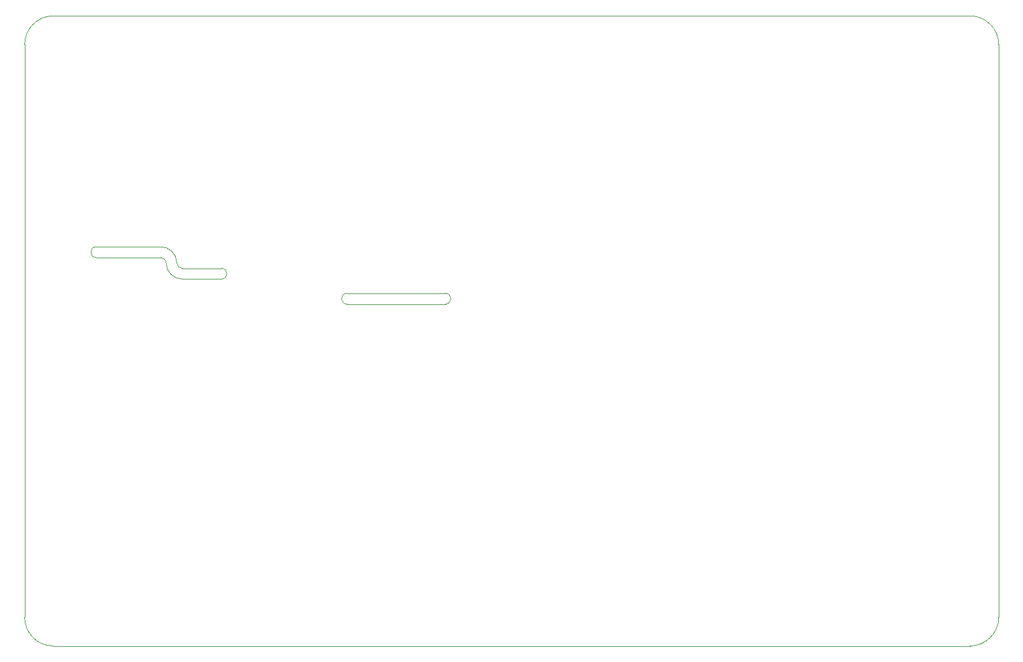
<source format=gbr>
G04 #@! TF.GenerationSoftware,KiCad,Pcbnew,5.1.9-73d0e3b20d~88~ubuntu20.04.1*
G04 #@! TF.CreationDate,2021-10-06T19:48:26+05:30*
G04 #@! TF.ProjectId,vayuO2,76617975-4f32-42e6-9b69-6361645f7063,rev 1*
G04 #@! TF.SameCoordinates,Original*
G04 #@! TF.FileFunction,Profile,NP*
%FSLAX46Y46*%
G04 Gerber Fmt 4.6, Leading zero omitted, Abs format (unit mm)*
G04 Created by KiCad (PCBNEW 5.1.9-73d0e3b20d~88~ubuntu20.04.1) date 2021-10-06 19:48:26*
%MOMM*%
%LPD*%
G01*
G04 APERTURE LIST*
G04 #@! TA.AperFunction,Profile*
%ADD10C,0.076200*%
G04 #@! TD*
G04 APERTURE END LIST*
D10*
X69000000Y-82250000D02*
G75*
G02*
X71250000Y-84500000I0J-2250000D01*
G01*
X72000000Y-86750000D02*
G75*
G02*
X69750000Y-84500000I0J2250000D01*
G01*
X69000000Y-83750000D02*
G75*
G02*
X69750000Y-84500000I0J-750000D01*
G01*
X72000000Y-85250000D02*
G75*
G02*
X71250000Y-84500000I0J750000D01*
G01*
X77500000Y-85250000D02*
G75*
G02*
X77500000Y-86750000I0J-750000D01*
G01*
X60000000Y-83750000D02*
G75*
G02*
X60000000Y-82250000I0J750000D01*
G01*
X69000000Y-83750000D02*
X60000000Y-83750000D01*
X77500000Y-86750000D02*
X72000000Y-86750000D01*
X72000000Y-85250000D02*
X77500000Y-85250000D01*
X60000000Y-82250000D02*
X69000000Y-82250000D01*
X186000000Y-54000000D02*
X186000000Y-134000000D01*
X95000000Y-90250000D02*
X108750000Y-90250000D01*
X108750000Y-88750000D02*
X95000000Y-88750000D01*
X108750000Y-88750000D02*
G75*
G02*
X108750000Y-90250000I0J-750000D01*
G01*
X95000000Y-90250000D02*
G75*
G02*
X95000000Y-88750000I0J750000D01*
G01*
X54000000Y-138000000D02*
X182000000Y-138000000D01*
X54000000Y-138000000D02*
G75*
G02*
X50000000Y-134000000I0J4000000D01*
G01*
X50000000Y-54000000D02*
G75*
G02*
X54000000Y-50000000I4000000J0D01*
G01*
X182000000Y-50000000D02*
G75*
G02*
X186000000Y-54000000I0J-4000000D01*
G01*
X186000000Y-134000000D02*
G75*
G02*
X182000000Y-138000000I-4000000J0D01*
G01*
X50000000Y-54000000D02*
X50000000Y-134000000D01*
X182000000Y-50000000D02*
X54000000Y-50000000D01*
M02*

</source>
